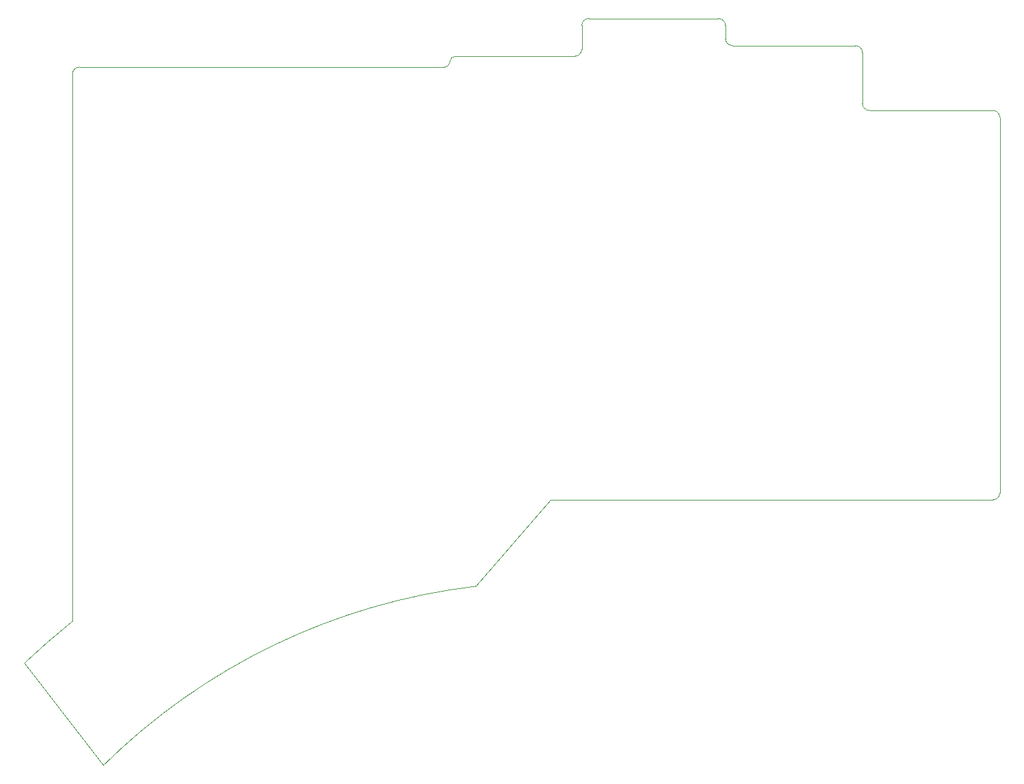
<source format=gbr>
%TF.GenerationSoftware,KiCad,Pcbnew,(5.1.7)-1*%
%TF.CreationDate,2021-07-22T23:36:25+05:30*%
%TF.ProjectId,Pteron36v0,50746572-6f6e-4333-9676-302e6b696361,rev?*%
%TF.SameCoordinates,Original*%
%TF.FileFunction,Profile,NP*%
%FSLAX46Y46*%
G04 Gerber Fmt 4.6, Leading zero omitted, Abs format (unit mm)*
G04 Created by KiCad (PCBNEW (5.1.7)-1) date 2021-07-22 23:36:25*
%MOMM*%
%LPD*%
G01*
G04 APERTURE LIST*
%TA.AperFunction,Profile*%
%ADD10C,0.050000*%
%TD*%
G04 APERTURE END LIST*
D10*
X184124600Y-104876600D02*
X174345601Y-116205001D01*
X184480200Y-104876600D02*
X184124600Y-104876600D01*
X242112800Y-104876600D02*
X184480200Y-104876600D01*
X115217792Y-126266980D02*
X125577919Y-139653032D01*
X125577919Y-139653032D02*
G75*
G02*
X174345601Y-116205001I58572081J-59381368D01*
G01*
X243027200Y-103962200D02*
X243027200Y-54737000D01*
X243027200Y-103962200D02*
G75*
G02*
X242112800Y-104876600I-914400J0D01*
G01*
X115217792Y-126266980D02*
G75*
G02*
X121488201Y-120802401I68932208J-72767420D01*
G01*
X121488200Y-49047400D02*
X121488200Y-120802400D01*
X122402600Y-48133000D02*
X170256200Y-48133000D01*
X121488200Y-49047400D02*
G75*
G02*
X122402600Y-48133000I914400J0D01*
G01*
X170967400Y-47421800D02*
G75*
G02*
X170256200Y-48133000I-711200J0D01*
G01*
X171678600Y-46710600D02*
X187325000Y-46710600D01*
X170967400Y-47421800D02*
G75*
G02*
X171678600Y-46710600I711200J0D01*
G01*
X188239400Y-45796200D02*
X188239400Y-42672000D01*
X188239400Y-45796200D02*
G75*
G02*
X187325000Y-46710600I-914400J0D01*
G01*
X189153800Y-41757600D02*
X206146400Y-41757600D01*
X188239400Y-42672000D02*
G75*
G02*
X189153800Y-41757600I914400J0D01*
G01*
X207060800Y-42672000D02*
X207060800Y-44399200D01*
X206146400Y-41757600D02*
G75*
G02*
X207060800Y-42672000I0J-914400D01*
G01*
X207975200Y-45313600D02*
X224104200Y-45313600D01*
X207975200Y-45313600D02*
G75*
G02*
X207060800Y-44399200I0J914400D01*
G01*
X225933000Y-53822600D02*
X242112800Y-53822600D01*
X225018600Y-46228000D02*
X225018600Y-52908200D01*
X224104200Y-45313600D02*
G75*
G02*
X225018600Y-46228000I0J-914400D01*
G01*
X242112800Y-53822600D02*
G75*
G02*
X243027200Y-54737000I0J-914400D01*
G01*
X225933000Y-53822600D02*
G75*
G02*
X225018600Y-52908200I0J914400D01*
G01*
M02*

</source>
